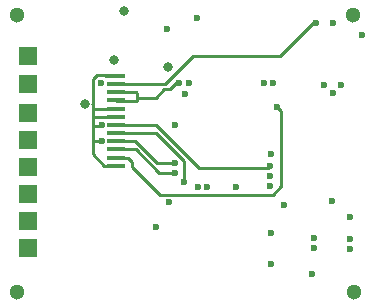
<source format=gbr>
%TF.GenerationSoftware,KiCad,Pcbnew,(5.1.6)-1*%
%TF.CreationDate,2020-10-28T17:18:19+01:00*%
%TF.ProjectId,ArduinoProMicroUSB,41726475-696e-46f5-9072-6f4d6963726f,rev?*%
%TF.SameCoordinates,Original*%
%TF.FileFunction,Copper,L4,Bot*%
%TF.FilePolarity,Positive*%
%FSLAX46Y46*%
G04 Gerber Fmt 4.6, Leading zero omitted, Abs format (unit mm)*
G04 Created by KiCad (PCBNEW (5.1.6)-1) date 2020-10-28 17:18:19*
%MOMM*%
%LPD*%
G01*
G04 APERTURE LIST*
%TA.AperFunction,WasherPad*%
%ADD10C,1.300000*%
%TD*%
%TA.AperFunction,ComponentPad*%
%ADD11R,1.500000X1.500000*%
%TD*%
%TA.AperFunction,SMDPad,CuDef*%
%ADD12R,1.524000X0.345000*%
%TD*%
%TA.AperFunction,ViaPad*%
%ADD13C,0.600000*%
%TD*%
%TA.AperFunction,ViaPad*%
%ADD14C,0.800000*%
%TD*%
%TA.AperFunction,Conductor*%
%ADD15C,0.250000*%
%TD*%
G04 APERTURE END LIST*
D10*
%TO.P,REF\u002A\u002A,*%
%TO.N,*%
X156286200Y-75717400D03*
%TD*%
%TO.P,REF\u002A\u002A,*%
%TO.N,*%
X127762000Y-75717400D03*
%TD*%
%TO.P,REF\u002A\u002A,*%
%TO.N,*%
X127812800Y-99136200D03*
%TD*%
%TO.P,REF\u002A\u002A,*%
%TO.N,*%
X156311600Y-99136200D03*
%TD*%
D11*
%TO.P,GND,1*%
%TO.N,GND*%
X128701800Y-95402400D03*
%TD*%
%TO.P,VCC,1*%
%TO.N,VCC*%
X128701800Y-93116400D03*
%TD*%
%TO.P,3.3,1*%
%TO.N,3.3V*%
X128701800Y-90830400D03*
%TD*%
%TO.P,SDA,1*%
%TO.N,/D2*%
X128701800Y-88544400D03*
%TD*%
%TO.P,SCL,1*%
%TO.N,/D3*%
X128701800Y-86258400D03*
%TD*%
%TO.P,CS,1*%
%TO.N,/CS*%
X128701800Y-83972400D03*
%TD*%
%TO.P,MOSI,1*%
%TO.N,/MOSI*%
X128701800Y-81546700D03*
%TD*%
%TO.P,SCK,1*%
%TO.N,/SCK*%
X128701800Y-79133700D03*
%TD*%
D12*
%TO.P,J3,10*%
%TO.N,/MOSI*%
X136144000Y-87068660D03*
%TO.P,J3,12*%
%TO.N,GND*%
X136144000Y-88450420D03*
%TO.P,J3,9*%
%TO.N,/SCK*%
X136144000Y-86377780D03*
%TO.P,J3,11*%
%TO.N,/D5*%
X136144000Y-87759540D03*
%TO.P,J3,6*%
%TO.N,GND*%
X136144000Y-84305140D03*
%TO.P,J3,8*%
%TO.N,/CS*%
X136144000Y-85686900D03*
%TO.P,J3,5*%
%TO.N,GND*%
X136144000Y-83614260D03*
%TO.P,J3,7*%
%TO.N,/D4*%
X136144000Y-84996020D03*
%TO.P,J3,4*%
%TO.N,3.3V*%
X136144000Y-82920840D03*
%TO.P,J3,3*%
X136144000Y-82229960D03*
%TO.P,J3,2*%
%TO.N,/LEDK*%
X136144000Y-81539080D03*
%TO.P,J3,1*%
%TO.N,GND*%
X136144000Y-80848200D03*
%TD*%
D13*
%TO.N,3.3V*%
X149275800Y-96774000D03*
X152933400Y-94564200D03*
X134874000Y-81407000D03*
X156997400Y-77368400D03*
X143103600Y-90220800D03*
X149250400Y-89357200D03*
X149504400Y-81483200D03*
X141528800Y-81483200D03*
X155194000Y-81610200D03*
%TO.N,GND*%
X152755600Y-97612200D03*
X140462000Y-76835000D03*
X139585700Y-93599000D03*
X143002000Y-75946000D03*
X154533600Y-76327000D03*
X149275800Y-94157800D03*
X135001000Y-86360000D03*
X134975600Y-84988400D03*
X141173200Y-85039200D03*
X148691600Y-81483200D03*
X142341600Y-81483200D03*
X153822400Y-81584800D03*
D14*
X136042400Y-79502000D03*
X140563600Y-80060800D03*
X133553200Y-83185000D03*
X136880600Y-75387200D03*
D13*
X149250400Y-90170000D03*
X143916400Y-90220800D03*
X154432000Y-91465400D03*
%TO.N,/LEDK*%
X153111200Y-76327000D03*
%TO.N,/D4*%
X149250400Y-88468200D03*
%TO.N,/CS*%
X141935200Y-89814400D03*
%TO.N,/D5*%
X149809200Y-83464400D03*
%TO.N,/SCK*%
X141173200Y-88188800D03*
%TO.N,/MOSI*%
X141173200Y-89052400D03*
%TO.N,/BTN1*%
X142036800Y-82346800D03*
%TO.N,/D2*%
X156006800Y-92811600D03*
X150380700Y-91770200D03*
%TO.N,/D3*%
X146329400Y-90220800D03*
%TO.N,/D12*%
X152933400Y-95453200D03*
X149275800Y-87426800D03*
%TO.N,/D11*%
X156006800Y-94615000D03*
X140665200Y-91541600D03*
%TO.N,/32K*%
X155981400Y-95529400D03*
X154533600Y-82296000D03*
%TD*%
D15*
%TO.N,3.3V*%
X136144000Y-82229960D02*
X137861040Y-82229960D01*
X137861040Y-82229960D02*
X137922000Y-82290920D01*
X136154160Y-82931000D02*
X136144000Y-82920840D01*
X137922000Y-82931000D02*
X136154160Y-82931000D01*
X140768910Y-81989090D02*
X141274800Y-81483200D01*
X139573000Y-82677000D02*
X140260910Y-81989090D01*
X140260910Y-81989090D02*
X140768910Y-81989090D01*
X137922000Y-82677000D02*
X139573000Y-82677000D01*
X137922000Y-82290920D02*
X137922000Y-82677000D01*
X137922000Y-82677000D02*
X137922000Y-82931000D01*
%TO.N,GND*%
X135272801Y-80758199D02*
X134576799Y-80758199D01*
X134576799Y-80758199D02*
X134199799Y-81135199D01*
X136144000Y-80848200D02*
X135362802Y-80848200D01*
X135362802Y-80848200D02*
X135272801Y-80758199D01*
X134597140Y-84305140D02*
X136144000Y-84305140D01*
X136144000Y-83614260D02*
X134208858Y-83614260D01*
X134208858Y-83614260D02*
X134199799Y-83605201D01*
X134199799Y-83605201D02*
X134199799Y-83907799D01*
X134188200Y-83261200D02*
X134199799Y-83272799D01*
X134199799Y-81135199D02*
X134199799Y-83272799D01*
X134199799Y-83272799D02*
X134199799Y-83605201D01*
X135186420Y-88450420D02*
X136144000Y-88450420D01*
X134199799Y-87463799D02*
X135186420Y-88450420D01*
X134580799Y-84288799D02*
X134597140Y-84305140D01*
X134199799Y-84288799D02*
X134580799Y-84288799D01*
X134199799Y-83907799D02*
X134199799Y-84288799D01*
X134834799Y-86320799D02*
X134874000Y-86360000D01*
X134199799Y-86320799D02*
X134834799Y-86320799D01*
X134199799Y-86320799D02*
X134199799Y-87463799D01*
X134199799Y-85050799D02*
X134811601Y-85050799D01*
X134199799Y-85050799D02*
X134199799Y-86320799D01*
X134811601Y-85050799D02*
X134874000Y-84988400D01*
X134199799Y-84288799D02*
X134199799Y-85050799D01*
%TO.N,/LEDK*%
X150033599Y-79176001D02*
X152857200Y-76352400D01*
X142656997Y-79176001D02*
X150033599Y-79176001D01*
X140293918Y-81539080D02*
X142656997Y-79176001D01*
X136144000Y-81539080D02*
X140293918Y-81539080D01*
%TO.N,/D4*%
X149072600Y-88646000D02*
X148818600Y-88646000D01*
X149250400Y-88468200D02*
X149072600Y-88646000D01*
X148818600Y-88646000D02*
X148996400Y-88646000D01*
X143191812Y-88646000D02*
X139541832Y-84996020D01*
X136144000Y-84996020D02*
X138625580Y-84996020D01*
X139541832Y-84996020D02*
X138625580Y-84996020D01*
X148818600Y-88646000D02*
X143191812Y-88646000D01*
X138625580Y-84996020D02*
X139287832Y-84996020D01*
%TO.N,/CS*%
X139596302Y-85686900D02*
X138950700Y-85686900D01*
X141935200Y-88025798D02*
X139596302Y-85686900D01*
X141935200Y-89814400D02*
X141935200Y-88025798D01*
X136144000Y-85686900D02*
X138950700Y-85686900D01*
X138950700Y-85686900D02*
X139342302Y-85686900D01*
%TO.N,/D5*%
X150180201Y-83835401D02*
X149809200Y-83464400D01*
X150180201Y-90165201D02*
X150180201Y-83835401D01*
X137156000Y-87759540D02*
X137543540Y-88147080D01*
X136144000Y-87759540D02*
X137156000Y-87759540D01*
X139877197Y-90916599D02*
X149428803Y-90916599D01*
X149428803Y-90916599D02*
X150180201Y-90165201D01*
X137543540Y-88147080D02*
X137543540Y-88582942D01*
X137543540Y-88582942D02*
X139877197Y-90916599D01*
%TO.N,/SCK*%
X140912998Y-88176100D02*
X141097000Y-88176100D01*
X136144000Y-86377780D02*
X137824792Y-86377780D01*
X139635812Y-88188800D02*
X140919200Y-88188800D01*
X137824792Y-86377780D02*
X139635812Y-88188800D01*
%TO.N,/MOSI*%
X137879262Y-87068660D02*
X139837602Y-89027000D01*
X136144000Y-87068660D02*
X137879262Y-87068660D01*
X140893800Y-89027000D02*
X140919200Y-89052400D01*
X139837602Y-89027000D02*
X140893800Y-89027000D01*
%TD*%
M02*

</source>
